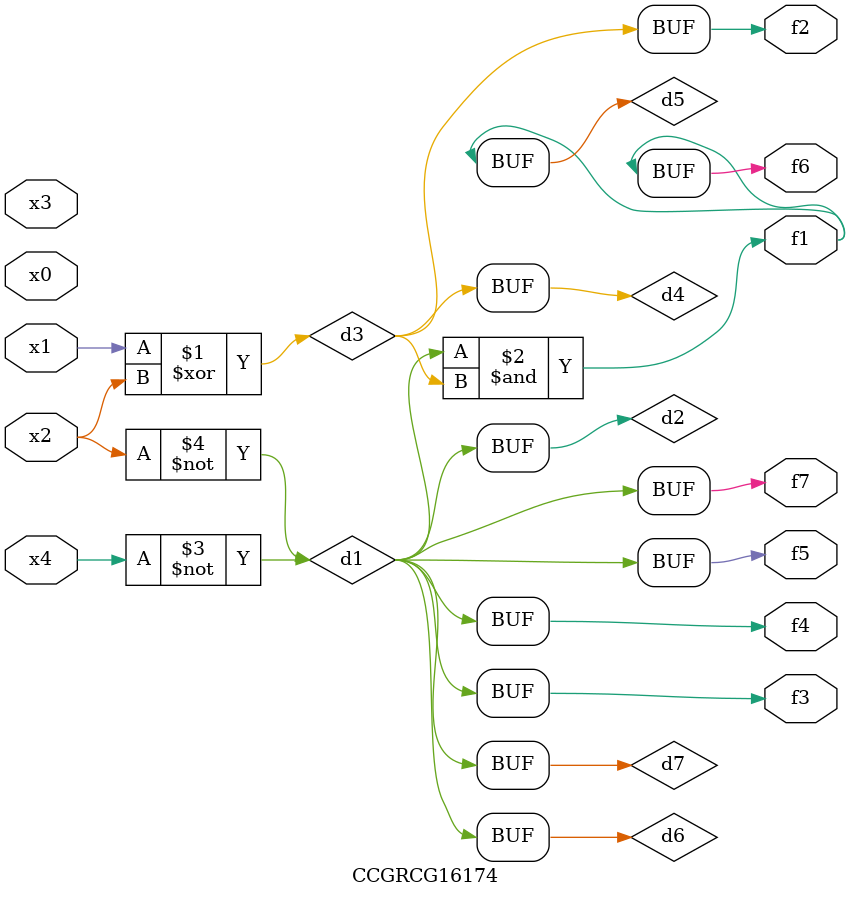
<source format=v>
module CCGRCG16174(
	input x0, x1, x2, x3, x4,
	output f1, f2, f3, f4, f5, f6, f7
);

	wire d1, d2, d3, d4, d5, d6, d7;

	not (d1, x4);
	not (d2, x2);
	xor (d3, x1, x2);
	buf (d4, d3);
	and (d5, d1, d3);
	buf (d6, d1, d2);
	buf (d7, d2);
	assign f1 = d5;
	assign f2 = d4;
	assign f3 = d7;
	assign f4 = d7;
	assign f5 = d7;
	assign f6 = d5;
	assign f7 = d7;
endmodule

</source>
